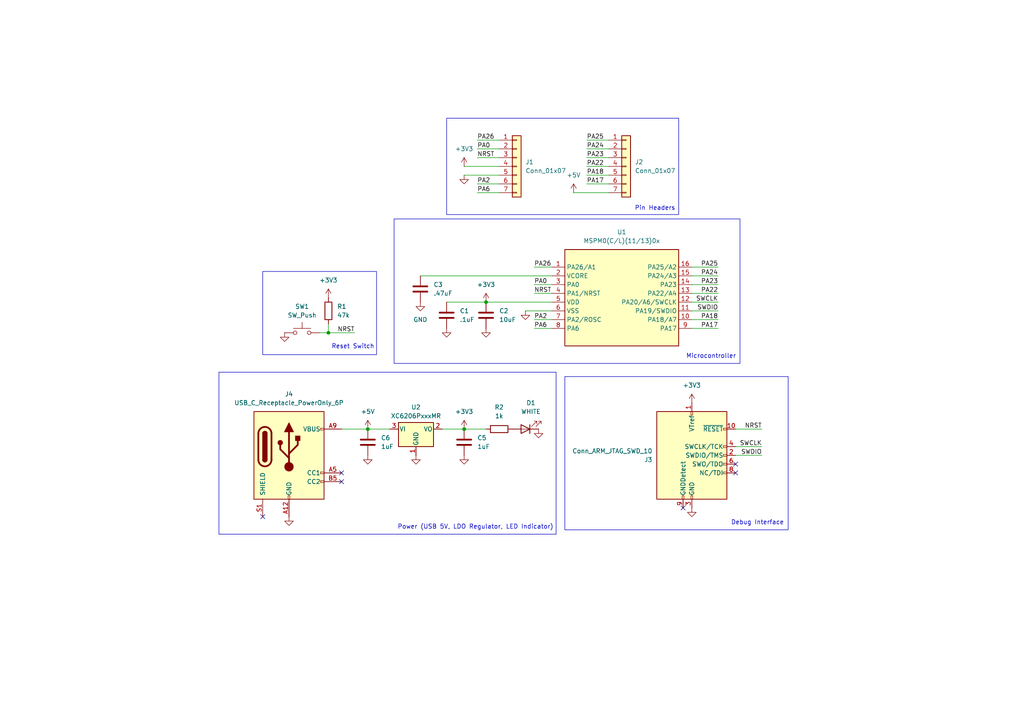
<source format=kicad_sch>
(kicad_sch (version 20231120) (generator "eeschema") (generator_version "8.0")
  (paper "A4")
  (title_block (title "Breadboard Buddy") (date "2024-10-06") (rev "0.1") (company "Rolando Rosales") (comment 1 "https://github.com/rolo-g/Breadboard-Buddy"))
  (lib_symbols
    (symbol "Connector:Conn_ARM_JTAG_SWD_10" (pin_names (offset 1.016))
      (property "Reference" "J" (at -2.54 16.51 0))
      (property "Value" "Conn_ARM_JTAG_SWD_10" (at -2.54 13.97 0))
      (symbol "Conn_ARM_JTAG_SWD_10_0_1"
        (rectangle (start -10.16 12.7) (end 10.16 -12.7) (stroke (width 0.254)) (fill (type background)))
        (rectangle (start -2.794 -12.7) (end -2.286 -11.684))
        (rectangle (start -0.254 -12.7) (end 0.254 -11.684))
        (rectangle (start -0.254 12.7) (end 0.254 11.684))
        (rectangle (start 9.144 2.286) (end 10.16 2.794))
        (rectangle (start 10.16 -2.794) (end 9.144 -2.286))
        (rectangle (start 10.16 -0.254) (end 9.144 0.254))
        (rectangle (start 10.16 7.874) (end 9.144 7.366))
      )
      (symbol "Conn_ARM_JTAG_SWD_10_1_1"
        (rectangle (start 9.144 -5.334) (end 10.16 -4.826))
        (pin power_in line (at 0 15.24 270) (length 2.54) (name "VTref") (number "1"))
        (pin open_collector line (at 12.7 7.62 180) (length 2.54) (name "~{RESET}") (number "10"))
        (pin bidirectional line (at 12.7 0 180) (length 2.54) (name "SWDIO/TMS") (number "2"))
        (pin power_in line (at 0 -15.24 90) (length 2.54) (name "GND") (number "3"))
        (pin output line (at 12.7 2.54 180) (length 2.54) (name "SWCLK/TCK") (number "4"))
        (pin passive line (at 0 -15.24 90) (length 2.54) hide (name "GND") (number "5"))
        (pin input line (at 12.7 -2.54 180) (length 2.54) (name "SWO/TDO") (number "6"))
        (pin no_connect line (at -10.16 0 0) (length 2.54) hide (name "KEY") (number "7"))
        (pin output line (at 12.7 -5.08 180) (length 2.54) (name "NC/TDI") (number "8"))
        (pin passive line (at -2.54 -15.24 90) (length 2.54) (name "GNDDetect") (number "9"))
      )
    )
    (symbol "Connector:USB_C_Receptacle_PowerOnly_6P" (pin_names (offset 1.016))
      (property "Reference" "J" (at 0 16.51 0))
      (property "Value" "USB_C_Receptacle_PowerOnly_6P" (at 0 13.97 0))
      (symbol "USB_C_Receptacle_PowerOnly_6P_0_0"
        (rectangle (start -0.254 -12.7) (end 0.254 -11.684))
        (rectangle (start 10.16 -7.366) (end 9.144 -7.874))
        (rectangle (start 10.16 -4.826) (end 9.144 -5.334))
        (rectangle (start 10.16 7.874) (end 9.144 7.366))
      )
      (symbol "USB_C_Receptacle_PowerOnly_6P_0_1"
        (rectangle (start -10.16 12.7) (end 10.16 -12.7) (stroke (width 0.254)) (fill (type background)))
        (arc (start -8.89 -1.27) (mid -6.985 -3.1667) (end -5.08 -1.27) (stroke (width 0.508)))
        (arc (start -7.62 -1.27) (mid -6.985 -1.9023) (end -6.35 -1.27) (stroke (width 0.254)))
        (arc (start -7.62 -1.27) (mid -6.985 -1.9023) (end -6.35 -1.27) (stroke (width 0.254)) (fill (type outline)))
        (rectangle (start -7.62 -1.27) (end -6.35 6.35) (stroke (width 0.254)) (fill (type outline)))
        (arc (start -6.35 6.35) (mid -6.985 6.9823) (end -7.62 6.35) (stroke (width 0.254)))
        (arc (start -6.35 6.35) (mid -6.985 6.9823) (end -7.62 6.35) (stroke (width 0.254)) (fill (type outline)))
        (arc (start -5.08 6.35) (mid -6.985 8.2467) (end -8.89 6.35) (stroke (width 0.508)))
        (circle (center -2.54 3.683) (radius 0.635) (stroke (width 0.254)) (fill (type outline)))
        (circle (center 0 -3.302) (radius 1.27) (fill (type outline)))
        (polyline (pts (xy -8.89 -1.27) (xy -8.89 6.35)) (stroke (width 0.508)))
        (polyline (pts (xy -5.08 6.35) (xy -5.08 -1.27)) (stroke (width 0.508)))
        (polyline (pts (xy 0 -3.302) (xy 0 6.858)) (stroke (width 0.508)))
        (polyline (pts (xy 0 -0.762) (xy -2.54 1.778) (xy -2.54 3.048)) (stroke (width 0.508)))
        (polyline (pts (xy 0 0.508) (xy 2.54 3.048) (xy 2.54 4.318)) (stroke (width 0.508)))
        (polyline (pts (xy -1.27 6.858) (xy 0 9.398) (xy 1.27 6.858) (xy -1.27 6.858)) (stroke (width 0.254)) (fill (type outline)))
        (rectangle (start 1.905 4.318) (end 3.175 5.588) (stroke (width 0.254)) (fill (type outline)))
      )
      (symbol "USB_C_Receptacle_PowerOnly_6P_1_1"
        (pin passive line (at 0 -17.78 90) (length 5.08) (name "GND") (number "A12"))
        (pin bidirectional line (at 15.24 -5.08 180) (length 5.08) (name "CC1") (number "A5"))
        (pin passive line (at 15.24 7.62 180) (length 5.08) (name "VBUS") (number "A9"))
        (pin passive line (at 0 -17.78 90) (length 5.08) hide (name "GND") (number "B12"))
        (pin bidirectional line (at 15.24 -7.62 180) (length 5.08) (name "CC2") (number "B5"))
        (pin passive line (at 15.24 7.62 180) (length 5.08) hide (name "VBUS") (number "B9"))
        (pin passive line (at -7.62 -17.78 90) (length 5.08) (name "SHIELD") (number "S1"))
      )
    )
    (symbol "Connector_Generic:Conn_01x07" (pin_names (offset 1.016) hide)
      (property "Reference" "J" (at 0 10.16 0))
      (property "Value" "Conn_01x07" (at 0 -10.16 0))
      (symbol "Conn_01x07_1_1"
        (rectangle (start -1.27 -7.493) (end 0 -7.747) (stroke (width 0.1524)))
        (rectangle (start -1.27 -4.953) (end 0 -5.207) (stroke (width 0.1524)))
        (rectangle (start -1.27 -2.413) (end 0 -2.667) (stroke (width 0.1524)))
        (rectangle (start -1.27 0.127) (end 0 -0.127) (stroke (width 0.1524)))
        (rectangle (start -1.27 2.667) (end 0 2.413) (stroke (width 0.1524)))
        (rectangle (start -1.27 5.207) (end 0 4.953) (stroke (width 0.1524)))
        (rectangle (start -1.27 7.747) (end 0 7.493) (stroke (width 0.1524)))
        (rectangle (start -1.27 8.89) (end 1.27 -8.89) (stroke (width 0.254)) (fill (type background)))
        (pin passive line (at -5.08 7.62 0) (length 3.81) (name "Pin_1") (number "1"))
        (pin passive line (at -5.08 5.08 0) (length 3.81) (name "Pin_2") (number "2"))
        (pin passive line (at -5.08 2.54 0) (length 3.81) (name "Pin_3") (number "3"))
        (pin passive line (at -5.08 0 0) (length 3.81) (name "Pin_4") (number "4"))
        (pin passive line (at -5.08 -2.54 0) (length 3.81) (name "Pin_5") (number "5"))
        (pin passive line (at -5.08 -5.08 0) (length 3.81) (name "Pin_6") (number "6"))
        (pin passive line (at -5.08 -7.62 0) (length 3.81) (name "Pin_7") (number "7"))
      )
    )
    (symbol "Device:C" (pin_numbers hide) (pin_names (offset 0.254))
      (property "Reference" "C" (at 0.635 2.54 0))
      (property "Value" "C" (at 0.635 -2.54 0))
      (symbol "C_0_1"
        (polyline (pts (xy -2.032 -0.762) (xy 2.032 -0.762)) (stroke (width 0.508)))
        (polyline (pts (xy -2.032 0.762) (xy 2.032 0.762)) (stroke (width 0.508)))
      )
      (symbol "C_1_1"
        (pin passive line (at 0 3.81 270) (length 2.794) (name "~") (number "1"))
        (pin passive line (at 0 -3.81 90) (length 2.794) (name "~") (number "2"))
      )
    )
    (symbol "Device:LED" (pin_numbers hide) (pin_names (offset 1.016) hide)
      (property "Reference" "D" (at 0 2.54 0))
      (property "Value" "LED" (at 0 -2.54 0))
      (symbol "LED_0_1"
        (polyline (pts (xy -1.27 -1.27) (xy -1.27 1.27)) (stroke (width 0.254)))
        (polyline (pts (xy -1.27 0) (xy 1.27 0)))
        (polyline (pts (xy 1.27 -1.27) (xy 1.27 1.27) (xy -1.27 0) (xy 1.27 -1.27)) (stroke (width 0.254)))
        (polyline (pts (xy -3.048 -0.762) (xy -4.572 -2.286) (xy -3.81 -2.286) (xy -4.572 -2.286) (xy -4.572 -1.524)))
        (polyline (pts (xy -1.778 -0.762) (xy -3.302 -2.286) (xy -2.54 -2.286) (xy -3.302 -2.286) (xy -3.302 -1.524)))
      )
      (symbol "LED_1_1"
        (pin passive line (at -3.81 0 0) (length 2.54) (name "K") (number "1"))
        (pin passive line (at 3.81 0 180) (length 2.54) (name "A") (number "2"))
      )
    )
    (symbol "Device:R" (pin_numbers hide) (pin_names (offset 0))
      (property "Reference" "R" (at 2.032 0 90))
      (property "Value" "R" (at 0 0 90))
      (symbol "R_0_1"
        (rectangle (start -1.016 -2.54) (end 1.016 2.54) (stroke (width 0.254)))
      )
      (symbol "R_1_1"
        (pin passive line (at 0 3.81 270) (length 1.27) (name "~") (number "1"))
        (pin passive line (at 0 -3.81 90) (length 1.27) (name "~") (number "2"))
      )
    )
    (symbol "MCU_Texas_MSP430:MSP430G2201IRSA16"
      (property "Reference" "U1" (at 0 19.05 0))
      (property "Value" "MSPM0(C/L)(11/13)0x" (at 0 16.51 0))
      (symbol "MSP430G2201IRSA16_0_1"
        (rectangle (start -16.51 13.97) (end 16.51 -13.97) (stroke (width 0.254)) (fill (type background)))
      )
      (symbol "MSP430G2201IRSA16_1_1"
        (pin bidirectional line (at -20.32 8.89 0) (length 3.81) (name "PA26/A1") (number "1"))
        (pin bidirectional line (at 20.32 -6.35 180) (length 3.81) (name "PA18/A7") (number "10"))
        (pin bidirectional line (at 20.32 -3.81 180) (length 3.81) (name "PA19/SWDIO") (number "11"))
        (pin bidirectional line (at 20.32 -1.27 180) (length 3.81) (name "PA20/A6/SWCLK") (number "12"))
        (pin bidirectional line (at 20.32 1.27 180) (length 3.81) (name "PA22/A4") (number "13"))
        (pin bidirectional line (at 20.32 3.81 180) (length 3.81) (name "PA23") (number "14"))
        (pin bidirectional line (at 20.32 6.35 180) (length 3.81) (name "PA24/A3") (number "15"))
        (pin bidirectional line (at 20.32 8.89 180) (length 3.81) (name "PA25/A2") (number "16"))
        (pin bidirectional line (at -20.32 6.35 0) (length 3.81) (name "VCORE") (number "2"))
        (pin bidirectional line (at -20.32 3.81 0) (length 3.81) (name "PA0") (number "3"))
        (pin bidirectional line (at -20.32 1.27 0) (length 3.81) (name "PA1/NRST") (number "4"))
        (pin bidirectional line (at -20.32 -1.27 0) (length 3.81) (name "VDD") (number "5"))
        (pin bidirectional line (at -20.32 -3.81 0) (length 3.81) (name "VSS") (number "6"))
        (pin bidirectional line (at -20.32 -6.35 0) (length 3.81) (name "PA2/ROSC") (number "7"))
        (pin bidirectional line (at -20.32 -8.89 0) (length 3.81) (name "PA6") (number "8"))
        (pin bidirectional line (at 20.32 -8.89 180) (length 3.81) (name "PA17") (number "9"))
      )
    )
    (symbol "Regulator_Linear:XC6206PxxxMR" (pin_names (offset 0.254))
      (property "Reference" "U" (at -3.81 3.175 0))
      (property "Value" "XC6206PxxxMR" (at 0 3.175 0))
      (symbol "XC6206PxxxMR_0_1"
        (rectangle (start -5.08 1.905) (end 5.08 -5.08) (stroke (width 0.254)) (fill (type background)))
      )
      (symbol "XC6206PxxxMR_1_1"
        (pin power_in line (at 0 -7.62 90) (length 2.54) (name "GND") (number "1"))
        (pin power_out line (at 7.62 0 180) (length 2.54) (name "VO") (number "2"))
        (pin power_in line (at -7.62 0 0) (length 2.54) (name "VI") (number "3"))
      )
    )
    (symbol "Switch:SW_Push" (pin_numbers hide) (pin_names (offset 1.016) hide)
      (property "Reference" "SW" (at 1.27 2.54 0))
      (property "Value" "SW_Push" (at 0 -1.524 0))
      (symbol "SW_Push_0_1"
        (circle (center -2.032 0) (radius 0.508))
        (polyline (pts (xy 0 1.27) (xy 0 3.048)))
        (polyline (pts (xy 2.54 1.27) (xy -2.54 1.27)))
        (circle (center 2.032 0) (radius 0.508))
        (pin passive line (at -5.08 0 0) (length 2.54) (name "1") (number "1"))
        (pin passive line (at 5.08 0 180) (length 2.54) (name "2") (number "2"))
      )
    )
    (symbol "power:+3V3" (power) (pin_numbers hide) (pin_names (offset 0) hide)
      (property "Value" "+3V3" (at 0 3.556 0))
      (symbol "+3V3_0_1"
        (polyline (pts (xy -0.762 1.27) (xy 0 2.54)))
        (polyline (pts (xy 0 0) (xy 0 2.54)))
        (polyline (pts (xy 0 2.54) (xy 0.762 1.27)))
      )
      (symbol "+3V3_1_1"
        (pin power_in line (at 0 0 90) (length 0) (name "~") (number "1"))
      )
    )
    (symbol "power:+5V" (power) (pin_numbers hide) (pin_names (offset 0) hide)
      (property "Value" "+5V" (at 0 3.556 0))
      (symbol "+5V_0_1"
        (polyline (pts (xy -0.762 1.27) (xy 0 2.54)))
        (polyline (pts (xy 0 0) (xy 0 2.54)))
        (polyline (pts (xy 0 2.54) (xy 0.762 1.27)))
      )
      (symbol "+5V_1_1"
        (pin power_in line (at 0 0 90) (length 0) (name "~") (number "1"))
      )
    )
    (symbol "power:GND" (power) (pin_numbers hide) (pin_names (offset 0) hide)
      (property "Value" "GND" (at 0 -3.81 0))
      (symbol "GND_0_1"
        (polyline (pts (xy 0 0) (xy 0 -1.27) (xy 1.27 -1.27) (xy 0 -2.54) (xy -1.27 -1.27) (xy 0 -1.27)))
      )
      (symbol "GND_1_1"
        (pin power_in line (at 0 0 270) (length 0) (name "~") (number "1"))
      )
    )
  )
  (junction (at 106.68 124.46))
  (junction (at 140.97 87.63))
  (junction (at 134.62 124.46))
  (junction (at 95.25 96.52))
  (no_connect (at 99.06 139.7))
  (no_connect (at 76.2 149.86))
  (no_connect (at 198.12 147.32))
  (no_connect (at 213.36 137.16))
  (no_connect (at 213.36 134.62))
  (no_connect (at 99.06 137.16))
  (wire (pts (xy 134.62 124.46) (xy 140.97 124.46)))
  (wire (pts (xy 152.4 90.17) (xy 160.02 90.17)))
  (wire (pts (xy 140.97 87.63) (xy 160.02 87.63)))
  (wire (pts (xy 200.66 90.17) (xy 208.28 90.17)))
  (wire (pts (xy 170.18 43.18) (xy 176.53 43.18)))
  (wire (pts (xy 200.66 77.47) (xy 208.28 77.47)))
  (wire (pts (xy 200.66 80.01) (xy 208.28 80.01)))
  (wire (pts (xy 213.36 124.46) (xy 220.98 124.46)))
  (wire (pts (xy 170.18 48.26) (xy 176.53 48.26)))
  (wire (pts (xy 121.92 80.01) (xy 160.02 80.01)))
  (wire (pts (xy 99.06 124.46) (xy 106.68 124.46)))
  (wire (pts (xy 154.94 82.55) (xy 160.02 82.55)))
  (wire (pts (xy 200.66 87.63) (xy 208.28 87.63)))
  (wire (pts (xy 106.68 124.46) (xy 113.03 124.46)))
  (wire (pts (xy 92.71 96.52) (xy 95.25 96.52)))
  (wire (pts (xy 154.94 85.09) (xy 160.02 85.09)))
  (wire (pts (xy 166.37 55.88) (xy 176.53 55.88)))
  (wire (pts (xy 129.54 87.63) (xy 140.97 87.63)))
  (wire (pts (xy 170.18 50.8) (xy 176.53 50.8)))
  (wire (pts (xy 170.18 53.34) (xy 176.53 53.34)))
  (wire (pts (xy 95.25 93.98) (xy 95.25 96.52)))
  (wire (pts (xy 213.36 129.54) (xy 220.98 129.54)))
  (wire (pts (xy 138.43 53.34) (xy 144.78 53.34)))
  (wire (pts (xy 138.43 45.72) (xy 144.78 45.72)))
  (wire (pts (xy 134.62 48.26) (xy 144.78 48.26)))
  (wire (pts (xy 138.43 55.88) (xy 144.78 55.88)))
  (wire (pts (xy 128.27 124.46) (xy 134.62 124.46)))
  (wire (pts (xy 170.18 45.72) (xy 176.53 45.72)))
  (wire (pts (xy 95.25 96.52) (xy 102.87 96.52)))
  (wire (pts (xy 213.36 132.08) (xy 220.98 132.08)))
  (wire (pts (xy 200.66 85.09) (xy 208.28 85.09)))
  (wire (pts (xy 134.62 50.8) (xy 144.78 50.8)))
  (wire (pts (xy 154.94 92.71) (xy 160.02 92.71)))
  (wire (pts (xy 200.66 92.71) (xy 208.28 92.71)))
  (wire (pts (xy 154.94 77.47) (xy 160.02 77.47)))
  (wire (pts (xy 170.18 40.64) (xy 176.53 40.64)))
  (wire (pts (xy 200.66 95.25) (xy 208.28 95.25)))
  (wire (pts (xy 200.66 82.55) (xy 208.28 82.55)))
  (wire (pts (xy 154.94 95.25) (xy 160.02 95.25)))
  (wire (pts (xy 138.43 40.64) (xy 144.78 40.64)))
  (wire (pts (xy 138.43 43.18) (xy 144.78 43.18)))
  (rectangle (start 76.2 78.74) (end 109.22 102.87))
  (rectangle (start 114.3 63.5) (end 214.63 105.41))
  (rectangle (start 63.5 107.95) (end 161.29 154.94))
  (rectangle (start 129.54 34.29) (end 196.85 62.23))
  (rectangle (start 163.83 109.22) (end 228.6 153.67))
  (text "Reset Switch" (at 102.362 100.584 0) (effects (font (size 1.27 1.27))))
  (text "Pin Headers\n" (at 189.992 60.452 0) (effects (font (size 1.27 1.27))))
  (text "Debug Interface" (at 219.71 151.638 0) (effects (font (size 1.27 1.27))))
  (text "Microcontroller" (at 206.248 103.378 0) (effects (font (size 1.27 1.27))))
  (text "Power (USB 5V, LDO Regulator, LED Indicator)" (at 137.922 152.908 0) (effects (font (size 1.27 1.27))))
  (label "PA26" (at 138.43 40.64 0))
  (label "NRST" (at 154.94 85.09 0))
  (label "PA17" (at 208.28 95.25 180))
  (label "PA18" (at 208.28 92.71 180))
  (label "PA22" (at 208.28 85.09 180))
  (label "PA25" (at 208.28 77.47 180))
  (label "PA22" (at 170.18 48.26 0))
  (label "PA23" (at 170.18 45.72 0))
  (label "SWDIO" (at 220.98 132.08 180))
  (label "NRST" (at 220.98 124.46 180))
  (label "PA17" (at 170.18 53.34 0))
  (label "NRST" (at 138.43 45.72 0))
  (label "PA2" (at 138.43 53.34 0))
  (label "PA0" (at 154.94 82.55 0))
  (label "PA18" (at 170.18 50.8 0))
  (label "PA2" (at 154.94 92.71 0))
  (label "SWCLK" (at 220.98 129.54 180))
  (label "PA0" (at 138.43 43.18 0))
  (label "SWCLK" (at 208.28 87.63 180))
  (label "PA23" (at 208.28 82.55 180))
  (label "PA26" (at 154.94 77.47 0))
  (label "PA6" (at 138.43 55.88 0))
  (label "PA24" (at 208.28 80.01 180))
  (label "PA24" (at 170.18 43.18 0))
  (label "NRST" (at 102.87 96.52 180))
  (label "SWDIO" (at 208.28 90.17 180))
  (label "PA6" (at 154.94 95.25 0))
  (label "PA25" (at 170.18 40.64 0))
  (symbol (lib_id "Connector_Generic:Conn_01x07") (at 181.61 48.26 0) (unit 1)
    (property "Reference" "J2" (at 184.15 46.9899 0) (effects (justify left)))
    (property "Value" "Conn_01x07" (at 184.15 49.5299 0) (effects (justify left)))
    (property "Footprint" "Connector_PinHeader_2.54mm:PinHeader_1x07_P2.54mm_Vertical" (effects (hide yes)))
    (property "Description" "Generic connector, single row, 01x07, script generated (kicad-library-utils/schlib/autogen/connector/)" (effects (hide yes)))
  )
  (symbol (lib_id "power:GND") (at 156.21 124.46 0) (unit 1)
    (property "Reference" "#PWR020" (effects (hide yes)))
    (property "Value" "GND" (effects (hide yes)))
    (property "Description" "Power symbol creates a global label with name \"GND\" , ground" (effects (hide yes)))
  )
  (symbol (lib_id "power:GND") (at 140.97 95.25 0) (unit 1)
    (property "Reference" "#PWR01" (effects (hide yes)))
    (property "Value" "GND" (effects (hide yes)))
    (property "Description" "Power symbol creates a global label with name \"GND\" , ground" (effects (hide yes)))
  )
  (symbol (lib_id "Device:C") (at 129.54 91.44 0) (unit 1)
    (property "Reference" "C1" (at 133.35 90.1699 0) (effects (justify left)))
    (property "Value" ".1uF" (at 133.35 92.7099 0) (effects (justify left)))
    (property "Footprint" "Capacitor_SMD:C_0402_1005Metric" (effects (hide yes)))
    (property "Description" "Unpolarized capacitor" (effects (hide yes)))
    (property "LCSC" "C52923" (effects (hide yes)))
  )
  (symbol (lib_id "Device:C") (at 106.68 128.27 0) (unit 1)
    (property "Reference" "C6" (at 110.49 126.9999 0) (effects (justify left)))
    (property "Value" "1uF" (at 110.49 129.5399 0) (effects (justify left)))
    (property "Footprint" "Capacitor_SMD:C_0402_1005Metric" (effects (hide yes)))
    (property "Description" "Unpolarized capacitor" (effects (hide yes)))
    (property "LCSC" "C52923" (effects (hide yes)))
  )
  (symbol (lib_id "power:+3V3") (at 200.66 116.84 0) (unit 1)
    (property "Reference" "#PWR09" (effects (hide yes)))
    (property "Value" "+3V3" (at 200.66 111.76 0))
    (property "Description" "Power symbol creates a global label with name \"+3V3\"" (effects (hide yes)))
  )
  (symbol (lib_id "Device:LED") (at 152.4 124.46 180) (unit 1)
    (property "Reference" "D1" (at 153.9875 116.84 0))
    (property "Value" "WHITE" (at 153.9875 119.38 0))
    (property "Footprint" "LED_SMD:LED_0603_1608Metric" (effects (hide yes)))
    (property "Description" "Light emitting diode" (effects (hide yes)))
    (property "LCSC" "C965808" (effects (hide yes)))
  )
  (symbol (lib_id "Device:R") (at 144.78 124.46 90) (unit 1)
    (property "Reference" "R2" (at 144.78 118.11 90))
    (property "Value" "1k" (at 144.78 120.65 90))
    (property "Footprint" "Resistor_SMD:R_0402_1005Metric" (effects (hide yes)))
    (property "Description" "Resistor" (effects (hide yes)))
    (property "LCSC" "C11702" (effects (hide yes)))
  )
  (symbol (lib_id "power:+3V3") (at 140.97 87.63 0) (unit 1)
    (property "Reference" "#PWR018" (effects (hide yes)))
    (property "Value" "+3V3" (at 140.97 82.55 0))
    (property "Description" "Power symbol creates a global label with name \"+3V3\"" (effects (hide yes)))
  )
  (symbol (lib_id "Device:R") (at 95.25 90.17 0) (unit 1)
    (property "Reference" "R1" (at 97.79 88.8999 0) (effects (justify left)))
    (property "Value" "47k" (at 97.79 91.4399 0) (effects (justify left)))
    (property "Footprint" "Resistor_SMD:R_0402_1005Metric" (effects (hide yes)))
    (property "Description" "Resistor" (effects (hide yes)))
    (property "LCSC" "C25792" (effects (hide yes)))
  )
  (symbol (lib_id "power:GND") (at 121.92 87.63 0) (unit 1)
    (property "Reference" "#PWR04" (effects (hide yes)))
    (property "Value" "GND" (at 121.92 92.71 0))
    (property "Description" "Power symbol creates a global label with name \"GND\" , ground" (effects (hide yes)))
  )
  (symbol (lib_id "MCU_Texas_MSP430:MSP430G2201IRSA16") (at 180.34 86.36 0) (unit 1) (in_bom no)
    (property "Reference" "U1" (at 180.34 67.31 0))
    (property "Value" "MSPM0(C/L)(11/13)0x" (at 180.34 69.85 0))
    (property "Footprint" "Package_SO:Texas_DYY0016A_TSOT-23-16_4.2x2.0mm_P0.5mm" (effects (hide yes)))
  )
  (symbol (lib_id "Regulator_Linear:XC6206PxxxMR") (at 120.65 124.46 0) (unit 1)
    (property "Reference" "U2" (at 120.65 118.11 0))
    (property "Value" "XC6206PxxxMR" (at 120.65 120.65 0))
    (property "Footprint" "Package_TO_SOT_SMD:SOT-23-3" (effects (hide yes)))
    (property "Datasheet" "https://www.torexsemi.com/file/xc6206/XC6206.pdf" (effects (hide yes)))
    (property "Description" "Positive 60-250mA Low Dropout Regulator, Fixed Output, SOT-23" (effects (hide yes)))
    (property "LCSC" "C347376" (effects (hide yes)))
  )
  (symbol (lib_id "Switch:SW_Push") (at 87.63 96.52 0) (unit 1)
    (property "Reference" "SW1" (at 87.63 88.9 0))
    (property "Value" "SW_Push" (at 87.63 91.44 0))
    (property "Footprint" "Button_Switch_SMD:SW_SPST_B3U-1000P" (effects (hide yes)))
    (property "Description" "Push button switch, generic, two pins" (effects (hide yes)))
    (property "LCSC" "C231329" (effects (hide yes)))
  )
  (symbol (lib_id "power:+5V") (at 106.68 124.46 0) (unit 1)
    (property "Reference" "#PWR016" (effects (hide yes)))
    (property "Value" "+5V" (at 106.68 119.38 0))
    (property "Description" "Power symbol creates a global label with name \"+5V\"" (effects (hide yes)))
  )
  (symbol (lib_id "Device:C") (at 121.92 83.82 0) (unit 1)
    (property "Reference" "C3" (at 125.73 82.5499 0) (effects (justify left)))
    (property "Value" ".47uF" (at 125.73 85.0899 0) (effects (justify left)))
    (property "Footprint" "Capacitor_SMD:C_0603_1608Metric" (effects (hide yes)))
    (property "Description" "Unpolarized capacitor" (effects (hide yes)))
    (property "LCSC" "C1623" (effects (hide yes)))
  )
  (symbol (lib_id "power:GND") (at 106.68 132.08 0) (unit 1)
    (property "Reference" "#PWR011" (effects (hide yes)))
    (property "Value" "GND" (effects (hide yes)))
    (property "Description" "Power symbol creates a global label with name \"GND\" , ground" (effects (hide yes)))
  )
  (symbol (lib_id "power:GND") (at 134.62 132.08 0) (unit 1)
    (property "Reference" "#PWR013" (effects (hide yes)))
    (property "Value" "GND" (effects (hide yes)))
    (property "Description" "Power symbol creates a global label with name \"GND\" , ground" (effects (hide yes)))
  )
  (symbol (lib_id "power:GND") (at 200.66 147.32 0) (unit 1)
    (property "Reference" "#PWR010" (effects (hide yes)))
    (property "Value" "GND" (effects (hide yes)))
    (property "Description" "Power symbol creates a global label with name \"GND\" , ground" (effects (hide yes)))
  )
  (symbol (lib_id "power:+3V3") (at 134.62 48.26 0) (unit 1)
    (property "Reference" "#PWR05" (effects (hide yes)))
    (property "Value" "+3V3" (at 134.62 43.18 0))
    (property "Description" "Power symbol creates a global label with name \"+3V3\"" (effects (hide yes)))
  )
  (symbol (lib_id "power:GND") (at 134.62 50.8 0) (unit 1)
    (property "Reference" "#PWR06" (effects (hide yes)))
    (property "Value" "GND" (effects (hide yes)))
    (property "Description" "Power symbol creates a global label with name \"GND\" , ground" (effects (hide yes)))
  )
  (symbol (lib_id "power:GND") (at 82.55 96.52 0) (unit 1)
    (property "Reference" "#PWR07" (effects (hide yes)))
    (property "Value" "GND" (effects (hide yes)))
    (property "Description" "Power symbol creates a global label with name \"GND\" , ground" (effects (hide yes)))
  )
  (symbol (lib_id "Device:C") (at 140.97 91.44 0) (unit 1)
    (property "Reference" "C2" (at 144.78 90.1699 0) (effects (justify left)))
    (property "Value" "10uF" (at 144.78 92.7099 0) (effects (justify left)))
    (property "Footprint" "Capacitor_SMD:C_0603_1608Metric" (effects (hide yes)))
    (property "Description" "Unpolarized capacitor" (effects (hide yes)))
    (property "LCSC" "C19702" (effects (hide yes)))
  )
  (symbol (lib_id "power:GND") (at 152.4 90.17 0) (unit 1)
    (property "Reference" "#PWR03" (effects (hide yes)))
    (property "Value" "GND" (effects (hide yes)))
    (property "Description" "Power symbol creates a global label with name \"GND\" , ground" (effects (hide yes)))
  )
  (symbol (lib_id "power:GND") (at 120.65 132.08 0) (unit 1)
    (property "Reference" "#PWR012" (effects (hide yes)))
    (property "Value" "GND" (effects (hide yes)))
    (property "Description" "Power symbol creates a global label with name \"GND\" , ground" (effects (hide yes)))
  )
  (symbol (lib_id "Connector:USB_C_Receptacle_PowerOnly_6P") (at 83.82 132.08 0) (unit 1)
    (property "Reference" "J4" (at 83.82 114.3 0))
    (property "Value" "USB_C_Receptacle_PowerOnly_6P" (at 83.82 116.84 0))
    (property "Footprint" "Connector_USB:USB_C_Receptacle_GCT_USB4125-xx-x_6P_TopMnt_Horizontal" (effects (hide yes)))
    (property "Datasheet" "https://www.usb.org/sites/default/files/documents/usb_type-c.zip" (effects (hide yes)))
    (property "Description" "USB Power-Only 6P Type-C Receptacle connector" (effects (hide yes)))
    (property "LCSC" "C668623" (effects (hide yes)))
  )
  (symbol (lib_id "Connector:Conn_ARM_JTAG_SWD_10") (at 200.66 132.08 0) (unit 1)
    (property "Reference" "J3" (at 189.23 133.3501 0) (effects (justify right)))
    (property "Value" "Conn_ARM_JTAG_SWD_10" (at 189.23 130.8101 0) (effects (justify right)))
    (property "Footprint" "Connector_PinHeader_1.27mm:PinHeader_2x05_P1.27mm_Vertical_SMD" (effects (hide yes)))
    (property "Datasheet" "http://infocenter.arm.com/help/topic/com.arm.doc.ddi0314h/DDI0314H_coresight_components_trm.pdf" (effects (hide yes)))
    (property "Description" "Cortex Debug Connector, standard ARM Cortex-M SWD and JTAG interface" (effects (hide yes)))
    (property "LCSC" "C6332249" (effects (hide yes)))
  )
  (symbol (lib_id "power:+3V3") (at 134.62 124.46 0) (unit 1)
    (property "Reference" "#PWR015" (effects (hide yes)))
    (property "Value" "+3V3" (at 134.62 119.38 0))
    (property "Description" "Power symbol creates a global label with name \"+3V3\"" (effects (hide yes)))
  )
  (symbol (lib_id "power:+3V3") (at 95.25 86.36 0) (unit 1)
    (property "Reference" "#PWR08" (effects (hide yes)))
    (property "Value" "+3V3" (at 95.25 81.28 0))
    (property "Description" "Power symbol creates a global label with name \"+3V3\"" (effects (hide yes)))
  )
  (symbol (lib_id "power:+5V") (at 166.37 55.88 0) (unit 1)
    (property "Reference" "#PWR017" (effects (hide yes)))
    (property "Value" "+5V" (at 166.37 50.8 0))
    (property "Description" "Power symbol creates a global label with name \"+5V\"" (effects (hide yes)))
  )
  (symbol (lib_id "Device:C") (at 134.62 128.27 0) (unit 1)
    (property "Reference" "C5" (at 138.43 126.9999 0) (effects (justify left)))
    (property "Value" "1uF" (at 138.43 129.5399 0) (effects (justify left)))
    (property "Footprint" "Capacitor_SMD:C_0402_1005Metric" (effects (hide yes)))
    (property "Description" "Unpolarized capacitor" (effects (hide yes)))
    (property "LCSC" "C52923" (effects (hide yes)))
  )
  (symbol (lib_id "Connector_Generic:Conn_01x07") (at 149.86 48.26 0) (unit 1)
    (property "Reference" "J1" (at 152.4 46.9899 0) (effects (justify left)))
    (property "Value" "Conn_01x07" (at 152.4 49.5299 0) (effects (justify left)))
    (property "Footprint" "Connector_PinHeader_2.54mm:PinHeader_1x07_P2.54mm_Vertical" (effects (hide yes)))
    (property "Description" "Generic connector, single row, 01x07, script generated (kicad-library-utils/schlib/autogen/connector/)" (effects (hide yes)))
  )
  (symbol (lib_id "power:GND") (at 129.54 95.25 0) (unit 1)
    (property "Reference" "#PWR02" (effects (hide yes)))
    (property "Value" "GND" (effects (hide yes)))
    (property "Description" "Power symbol creates a global label with name \"GND\" , ground" (effects (hide yes)))
  )
  (symbol (lib_id "power:GND") (at 83.82 149.86 0) (unit 1)
    (property "Reference" "#PWR014" (effects (hide yes)))
    (property "Value" "GND" (effects (hide yes)))
    (property "Description" "Power symbol creates a global label with name \"GND\" , ground" (effects (hide yes)))
  )
)
</source>
